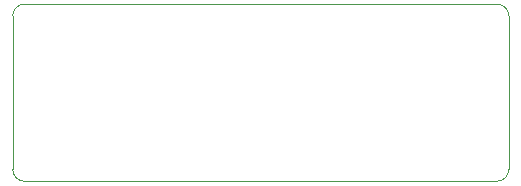
<source format=gm1>
G04 #@! TF.GenerationSoftware,KiCad,Pcbnew,(5.1.9-0-10_14)*
G04 #@! TF.CreationDate,2025-05-13T11:21:21-05:00*
G04 #@! TF.ProjectId,DTYF Beta,44545946-2042-4657-9461-2e6b69636164,rev?*
G04 #@! TF.SameCoordinates,Original*
G04 #@! TF.FileFunction,Profile,NP*
%FSLAX46Y46*%
G04 Gerber Fmt 4.6, Leading zero omitted, Abs format (unit mm)*
G04 Created by KiCad (PCBNEW (5.1.9-0-10_14)) date 2025-05-13 11:21:21*
%MOMM*%
%LPD*%
G01*
G04 APERTURE LIST*
G04 #@! TA.AperFunction,Profile*
%ADD10C,0.050000*%
G04 #@! TD*
G04 APERTURE END LIST*
D10*
X161000000Y-90000000D02*
G75*
G02*
X162000000Y-91000000I0J-1000000D01*
G01*
X120000000Y-91000000D02*
G75*
G02*
X121000000Y-90000000I1000000J0D01*
G01*
X121000000Y-105000000D02*
G75*
G02*
X120000000Y-104000000I0J1000000D01*
G01*
X162000000Y-104000000D02*
G75*
G02*
X161000000Y-105000000I-1000000J0D01*
G01*
X162000000Y-91000000D02*
X162000000Y-104000000D01*
X121000000Y-105000000D02*
X161000000Y-105000000D01*
X120000000Y-91000000D02*
X120000000Y-104000000D01*
X121000000Y-90000000D02*
X161000000Y-90000000D01*
M02*

</source>
